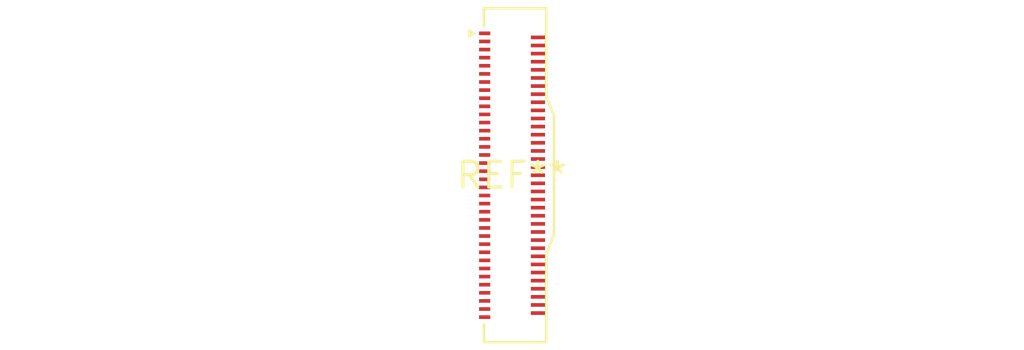
<source format=kicad_pcb>
(kicad_pcb (version 20240108) (generator pcbnew)
  (layers (0 "F.Cu" signal) (31 "B.Cu" signal) (34 "B.Paste" user) (35 "F.Paste" user) (36 "B.SilkS" user "B.Silkscreen") (37 "F.SilkS" user "F.Silkscreen") (38 "B.Mask" user) (39 "F.Mask" user) (44 "Edge.Cuts" user))
  (net 0 "")
  (footprint "JAE_FF0871SA1_2Rows-71Pins_P0.40mm_Horizontal" (layer "F.Cu") (at 0 0)
    (property "Reference" "REF**")
    (property "Value" "JAE_FF0871SA1_2Rows-71Pins_P0.40mm_Horizontal")
    (fp_line (start -2.097132 -7.15) (end -1.885 -7) (layer "F.SilkS") (stroke (width 0.12)))
    (fp_line (start -2.097132 -6.85) (end -2.097132 -7.15) (layer "F.SilkS") (stroke (width 0.12)))
    (fp_line (start -1.885 -7) (end -2.097132 -6.85) (layer "F.SilkS") (stroke (width 0.12)))
    (fp_line (start -1.385 -8.235) (end 1.685 -8.235) (layer "F.SilkS") (stroke (width 0.12)))
    (fp_line (start -1.385 -7.35) (end -1.385 -8.235) (layer "F.SilkS") (stroke (width 0.12)))
    (fp_line (start -1.385 7.35) (end -1.385 8.235) (layer "F.SilkS") (stroke (width 0.12)))
    (fp_line (start -1.385 8.235) (end 1.685 8.235) (layer "F.SilkS") (stroke (width 0.12)))
    (fp_line (start 1.685 -8.235) (end 1.685 -3.91) (layer "F.SilkS") (stroke (width 0.12)))
    (fp_line (start 1.685 -3.91) (end 2.065 -2.91) (layer "F.SilkS") (stroke (width 0.12)))
    (fp_line (start 1.685 3.91) (end 2.065 2.91) (layer "F.SilkS") (stroke (width 0.12)))
    (fp_line (start 1.685 8.235) (end 1.685 3.91) (layer "F.SilkS") (stroke (width 0.12)))
    (fp_line (start 2.065 -2.91) (end 2.065 0) (layer "F.SilkS") (stroke (width 0.12)))
    (fp_line (start 2.065 2.91) (end 2.065 0) (layer "F.SilkS") (stroke (width 0.12)))
    (pad "1" smd rect (at -1.35 -7) (size 0.55 0.18) (layers "F.Cu" "F.Paste" "F.Mask"))
    (pad "2" smd rect (at 1.275 -6.8) (size 0.7 0.18) (layers "F.Cu" "F.Paste" "F.Mask"))
    (pad "3" smd rect (at -1.35 -6.6) (size 0.55 0.18) (layers "F.Cu" "F.Paste" "F.Mask"))
    (pad "4" smd rect (at 1.275 -6.4) (size 0.7 0.18) (layers "F.Cu" "F.Paste" "F.Mask"))
    (pad "5" smd rect (at -1.35 -6.2) (size 0.55 0.18) (layers "F.Cu" "F.Paste" "F.Mask"))
    (pad "6" smd rect (at 1.275 -6) (size 0.7 0.18) (layers "F.Cu" "F.Paste" "F.Mask"))
    (pad "7" smd rect (at -1.35 -5.8) (size 0.55 0.18) (layers "F.Cu" "F.Paste" "F.Mask"))
    (pad "8" smd rect (at 1.275 -5.6) (size 0.7 0.18) (layers "F.Cu" "F.Paste" "F.Mask"))
    (pad "9" smd rect (at -1.35 -5.4) (size 0.55 0.18) (layers "F.Cu" "F.Paste" "F.Mask"))
    (pad "10" smd rect (at 1.275 -5.2) (size 0.7 0.18) (layers "F.Cu" "F.Paste" "F.Mask"))
    (pad "11" smd rect (at -1.35 -5) (size 0.55 0.18) (layers "F.Cu" "F.Paste" "F.Mask"))
    (pad "12" smd rect (at 1.275 -4.8) (size 0.7 0.18) (layers "F.Cu" "F.Paste" "F.Mask"))
    (pad "13" smd rect (at -1.35 -4.6) (size 0.55 0.18) (layers "F.Cu" "F.Paste" "F.Mask"))
    (pad "14" smd rect (at 1.275 -4.4) (size 0.7 0.18) (layers "F.Cu" "F.Paste" "F.Mask"))
    (pad "15" smd rect (at -1.35 -4.2) (size 0.55 0.18) (layers "F.Cu" "F.Paste" "F.Mask"))
    (pad "16" smd rect (at 1.275 -4) (size 0.7 0.18) (layers "F.Cu" "F.Paste" "F.Mask"))
    (pad "17" smd rect (at -1.35 -3.8) (size 0.55 0.18) (layers "F.Cu" "F.Paste" "F.Mask"))
    (pad "18" smd rect (at 1.275 -3.6) (size 0.7 0.18) (layers "F.Cu" "F.Paste" "F.Mask"))
    (pad "19" smd rect (at -1.35 -3.4) (size 0.55 0.18) (layers "F.Cu" "F.Paste" "F.Mask"))
    (pad "20" smd rect (at 1.275 -3.2) (size 0.7 0.18) (layers "F.Cu" "F.Paste" "F.Mask"))
    (pad "21" smd rect (at -1.35 -3) (size 0.55 0.18) (layers "F.Cu" "F.Paste" "F.Mask"))
    (pad "22" smd rect (at 1.275 -2.8) (size 0.7 0.18) (layers "F.Cu" "F.Paste" "F.Mask"))
    (pad "23" smd rect (at -1.35 -2.6) (size 0.55 0.18) (layers "F.Cu" "F.Paste" "F.Mask"))
    (pad "24" smd rect (at 1.275 -2.4) (size 0.7 0.18) (layers "F.Cu" "F.Paste" "F.Mask"))
    (pad "25" smd rect (at -1.35 -2.2) (size 0.55 0.18) (layers "F.Cu" "F.Paste" "F.Mask"))
    (pad "26" smd rect (at 1.275 -2) (size 0.7 0.18) (layers "F.Cu" "F.Paste" "F.Mask"))
    (pad "27" smd rect (at -1.35 -1.8) (size 0.55 0.18) (layers "F.Cu" "F.Paste" "F.Mask"))
    (pad "28" smd rect (at 1.275 -1.6) (size 0.7 0.18) (layers "F.Cu" "F.Paste" "F.Mask"))
    (pad "29" smd rect (at -1.35 -1.4) (size 0.55 0.18) (layers "F.Cu" "F.Paste" "F.Mask"))
    (pad "30" smd rect (at 1.275 -1.2) (size 0.7 0.18) (layers "F.Cu" "F.Paste" "F.Mask"))
    (pad "31" smd rect (at -1.35 -1) (size 0.55 0.18) (layers "F.Cu" "F.Paste" "F.Mask"))
    (pad "32" smd rect (at 1.275 -0.8) (size 0.7 0.18) (layers "F.Cu" "F.Paste" "F.Mask"))
    (pad "33" smd rect (at -1.35 -0.6) (size 0.55 0.18) (layers "F.Cu" "F.Paste" "F.Mask"))
    (pad "34" smd rect (at 1.275 -0.4) (size 0.7 0.18) (layers "F.Cu" "F.Paste" "F.Mask"))
    (pad "35" smd rect (at -1.35 -0.2) (size 0.55 0.18) (layers "F.Cu" "F.Paste" "F.Mask"))
    (pad "36" smd rect (at 1.275 0) (size 0.7 0.18) (layers "F.Cu" "F.Paste" "F.Mask"))
    (pad "37" smd rect (at -1.35 0.2) (size 0.55 0.18) (layers "F.Cu" "F.Paste" "F.Mask"))
    (pad "38" smd rect (at 1.275 0.4) (size 0.7 0.18) (layers "F.Cu" "F.Paste" "F.Mask"))
    (pad "39" smd rect (at -1.35 0.6) (size 0.55 0.18) (layers "F.Cu" "F.Paste" "F.Mask"))
    (pad "40" smd rect (at 1.275 0.8) (size 0.7 0.18) (layers "F.Cu" "F.Paste" "F.Mask"))
    (pad "41" smd rect (at -1.35 1) (size 0.55 0.18) (layers "F.Cu" "F.Paste" "F.Mask"))
    (pad "42" smd rect (at 1.275 1.2) (size 0.7 0.18) (layers "F.Cu" "F.Paste" "F.Mask"))
    (pad "43" smd rect (at -1.35 1.4) (size 0.55 0.18) (layers "F.Cu" "F.Paste" "F.Mask"))
    (pad "44" smd rect (at 1.275 1.6) (size 0.7 0.18) (layers "F.Cu" "F.Paste" "F.Mask"))
    (pad "45" smd rect (at -1.35 1.8) (size 0.55 0.18) (layers "F.Cu" "F.Paste" "F.Mask"))
    (pad "46" smd rect (at 1.275 2) (size 0.7 0.18) (layers "F.Cu" "F.Paste" "F.Mask"))
    (pad "47" smd rect (at -1.35 2.2) (size 0.55 0.18) (layers "F.Cu" "F.Paste" "F.Mask"))
    (pad "48" smd rect (at 1.275 2.4) (size 0.7 0.18) (layers "F.Cu" "F.Paste" "F.Mask"))
    (pad "49" smd rect (at -1.35 2.6) (size 0.55 0.18) (layers "F.Cu" "F.Paste" "F.Mask"))
    (pad "50" smd rect (at 1.275 2.8) (size 0.7 0.18) (layers "F.Cu" "F.Paste" "F.Mask"))
    (pad "51" smd rect (at -1.35 3) (size 0.55 0.18) (layers "F.Cu" "F.Paste" "F.Mask"))
    (pad "52" smd rect (at 1.275 3.2) (size 0.7 0.18) (layers "F.Cu" "F.Paste" "F.Mask"))
    (pad "53" smd rect (at -1.35 3.4) (size 0.55 0.18) (layers "F.Cu" "F.Paste" "F.Mask"))
    (pad "54" smd rect (at 1.275 3.6) (size 0.7 0.18) (layers "F.Cu" "F.Paste" "F.Mask"))
    (pad "55" smd rect (at -1.35 3.8) (size 0.55 0.18) (layers "F.Cu" "F.Paste" "F.Mask"))
    (pad "56" smd rect (at 1.275 4) (size 0.7 0.18) (layers "F.Cu" "F.Paste" "F.Mask"))
    (pad "57" smd rect (at -1.35 4.2) (size 0.55 0.18) (layers "F.Cu" "F.Paste" "F.Mask"))
    (pad "58" smd rect (at 1.275 4.4) (size 0.7 0.18) (layers "F.Cu" "F.Paste" "F.Mask"))
    (pad "59" smd rect (at -1.35 4.6) (size 0.55 0.18) (layers "F.Cu" "F.Paste" "F.Mask"))
    (pad "60" smd rect (at 1.275 4.8) (size 0.7 0.18) (layers "F.Cu" "F.Paste" "F.Mask"))
    (pad "61" smd rect (at -1.35 5) (size 0.55 0.18) (layers "F.Cu" "F.Paste" "F.Mask"))
    (pad "62" smd rect (at 1.275 5.2) (size 0.7 0.18) (layers "F.Cu" "F.Paste" "F.Mask"))
    (pad "63" smd rect (at -1.35 5.4) (size 0.55 0.18) (layers "F.Cu" "F.Paste" "F.Mask"))
    (pad "64" smd rect (at 1.275 5.6) (size 0.7 0.18) (layers "F.Cu" "F.Paste" "F.Mask"))
    (pad "65" smd rect (at -1.35 5.8) (size 0.55 0.18) (layers "F.Cu" "F.Paste" "F.Mask"))
    (pad "66" smd rect (at 1.275 6) (size 0.7 0.18) (layers "F.Cu" "F.Paste" "F.Mask"))
    (pad "67" smd rect (at -1.35 6.2) (size 0.55 0.18) (layers "F.Cu" "F.Paste" "F.Mask"))
    (pad "68" smd rect (at 1.275 6.4) (size 0.7 0.18) (layers "F.Cu" "F.Paste" "F.Mask"))
    (pad "69" smd rect (at -1.35 6.6) (size 0.55 0.18) (layers "F.Cu" "F.Paste" "F.Mask"))
    (pad "70" smd rect (at 1.275 6.8) (size 0.7 0.18) (layers "F.Cu" "F.Paste" "F.Mask"))
    (pad "71" smd rect (at -1.35 7) (size 0.55 0.18) (layers "F.Cu" "F.Paste" "F.Mask"))
  )
)
</source>
